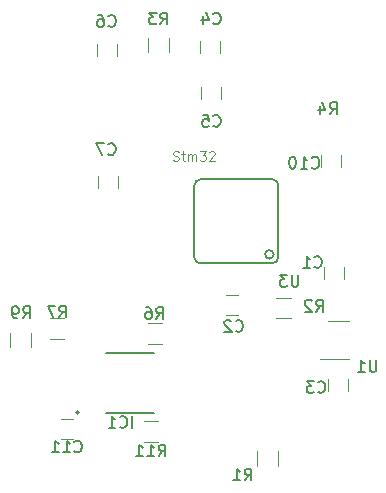
<source format=gbo>
G04 #@! TF.GenerationSoftware,KiCad,Pcbnew,5.1.7-a382d34a8~88~ubuntu18.04.1*
G04 #@! TF.CreationDate,2022-03-02T17:55:55+05:30*
G04 #@! TF.ProjectId,WaterTank_module_v1,57617465-7254-4616-9e6b-5f6d6f64756c,rev?*
G04 #@! TF.SameCoordinates,Original*
G04 #@! TF.FileFunction,Legend,Bot*
G04 #@! TF.FilePolarity,Positive*
%FSLAX46Y46*%
G04 Gerber Fmt 4.6, Leading zero omitted, Abs format (unit mm)*
G04 Created by KiCad (PCBNEW 5.1.7-a382d34a8~88~ubuntu18.04.1) date 2022-03-02 17:55:55*
%MOMM*%
%LPD*%
G01*
G04 APERTURE LIST*
%ADD10C,0.100000*%
%ADD11C,0.127000*%
%ADD12C,0.200000*%
%ADD13C,0.150000*%
%ADD14C,0.120000*%
G04 APERTURE END LIST*
D10*
X39118759Y-57509369D02*
X39233044Y-57547464D01*
X39423520Y-57547464D01*
X39499711Y-57509369D01*
X39537806Y-57471274D01*
X39575901Y-57395083D01*
X39575901Y-57318893D01*
X39537806Y-57242702D01*
X39499711Y-57204607D01*
X39423520Y-57166512D01*
X39271140Y-57128417D01*
X39194949Y-57090321D01*
X39156854Y-57052226D01*
X39118759Y-56976036D01*
X39118759Y-56899845D01*
X39156854Y-56823655D01*
X39194949Y-56785560D01*
X39271140Y-56747464D01*
X39461616Y-56747464D01*
X39575901Y-56785560D01*
X39804473Y-57014131D02*
X40109235Y-57014131D01*
X39918759Y-56747464D02*
X39918759Y-57433179D01*
X39956854Y-57509369D01*
X40033044Y-57547464D01*
X40109235Y-57547464D01*
X40375901Y-57547464D02*
X40375901Y-57014131D01*
X40375901Y-57090321D02*
X40413997Y-57052226D01*
X40490187Y-57014131D01*
X40604473Y-57014131D01*
X40680663Y-57052226D01*
X40718759Y-57128417D01*
X40718759Y-57547464D01*
X40718759Y-57128417D02*
X40756854Y-57052226D01*
X40833044Y-57014131D01*
X40947330Y-57014131D01*
X41023520Y-57052226D01*
X41061616Y-57128417D01*
X41061616Y-57547464D01*
X41366378Y-56747464D02*
X41861616Y-56747464D01*
X41594949Y-57052226D01*
X41709235Y-57052226D01*
X41785425Y-57090321D01*
X41823520Y-57128417D01*
X41861616Y-57204607D01*
X41861616Y-57395083D01*
X41823520Y-57471274D01*
X41785425Y-57509369D01*
X41709235Y-57547464D01*
X41480663Y-57547464D01*
X41404473Y-57509369D01*
X41366378Y-57471274D01*
X42166378Y-56823655D02*
X42204473Y-56785560D01*
X42280663Y-56747464D01*
X42471140Y-56747464D01*
X42547330Y-56785560D01*
X42585425Y-56823655D01*
X42623520Y-56899845D01*
X42623520Y-56976036D01*
X42585425Y-57090321D01*
X42128282Y-57547464D01*
X42623520Y-57547464D01*
D11*
X33448200Y-73812600D02*
X37448200Y-73812600D01*
X33448200Y-78912600D02*
X37448200Y-78912600D01*
D12*
X31103200Y-78867600D02*
G75*
G03*
X31103200Y-78867600I-100000J0D01*
G01*
D13*
X47605710Y-65483700D02*
G75*
G03*
X47605710Y-65483700I-359210J0D01*
G01*
X48008500Y-59641700D02*
X48008500Y-65737700D01*
X41404500Y-59133700D02*
X47500500Y-59133700D01*
X40896500Y-65737700D02*
X40896500Y-59641700D01*
X47500500Y-66245700D02*
X41404500Y-66245700D01*
X40896500Y-59641700D02*
G75*
G02*
X41404500Y-59133700I508000J0D01*
G01*
X41404500Y-66245700D02*
G75*
G02*
X40896500Y-65737700I0J508000D01*
G01*
X47500500Y-59133700D02*
G75*
G02*
X48008500Y-59641700I0J-508000D01*
G01*
X48008500Y-65737700D02*
G75*
G02*
X47500500Y-66245700I-508000J0D01*
G01*
D14*
X25282000Y-72110000D02*
X25282000Y-73310000D01*
X27042000Y-73310000D02*
X27042000Y-72110000D01*
X43584200Y-68911100D02*
X44584200Y-68911100D01*
X44584200Y-70611100D02*
X43584200Y-70611100D01*
X43077500Y-47447600D02*
X43077500Y-48447600D01*
X41377500Y-48447600D02*
X41377500Y-47447600D01*
X41446100Y-52305800D02*
X41446100Y-51305800D01*
X43146100Y-51305800D02*
X43146100Y-52305800D01*
X32680500Y-48650800D02*
X32680500Y-47650800D01*
X34380500Y-47650800D02*
X34380500Y-48650800D01*
X34446000Y-58864200D02*
X34446000Y-59864200D01*
X32746000Y-59864200D02*
X32746000Y-58864200D01*
X51846000Y-67564200D02*
X51846000Y-66564200D01*
X53546000Y-66564200D02*
X53546000Y-67564200D01*
X52246000Y-77064200D02*
X52246000Y-76064200D01*
X53946000Y-76064200D02*
X53946000Y-77064200D01*
X49042900Y-69152900D02*
X47842900Y-69152900D01*
X47842900Y-70912900D02*
X49042900Y-70912900D01*
X36983800Y-47169800D02*
X36983800Y-48369800D01*
X38743800Y-48369800D02*
X38743800Y-47169800D01*
X47976000Y-83364200D02*
X47976000Y-82164200D01*
X46216000Y-82164200D02*
X46216000Y-83364200D01*
X52196000Y-71154200D02*
X53996000Y-71154200D01*
X53996000Y-74374200D02*
X51546000Y-74374200D01*
X53346000Y-57064200D02*
X53346000Y-58064200D01*
X51646000Y-58064200D02*
X51646000Y-57064200D01*
X30600800Y-81149600D02*
X29600800Y-81149600D01*
X29600800Y-79449600D02*
X30600800Y-79449600D01*
X36964000Y-73087100D02*
X38164000Y-73087100D01*
X38164000Y-71327100D02*
X36964000Y-71327100D01*
X29837900Y-70897900D02*
X28637900Y-70897900D01*
X28637900Y-72657900D02*
X29837900Y-72657900D01*
X37823700Y-79610100D02*
X36623700Y-79610100D01*
X36623700Y-81370100D02*
X37823700Y-81370100D01*
D13*
X35629390Y-80176980D02*
X35629390Y-79176980D01*
X34581771Y-80081742D02*
X34629390Y-80129361D01*
X34772247Y-80176980D01*
X34867485Y-80176980D01*
X35010342Y-80129361D01*
X35105580Y-80034123D01*
X35153200Y-79938885D01*
X35200819Y-79748409D01*
X35200819Y-79605552D01*
X35153200Y-79415076D01*
X35105580Y-79319838D01*
X35010342Y-79224600D01*
X34867485Y-79176980D01*
X34772247Y-79176980D01*
X34629390Y-79224600D01*
X34581771Y-79272219D01*
X33629390Y-80176980D02*
X34200819Y-80176980D01*
X33915104Y-80176980D02*
X33915104Y-79176980D01*
X34010342Y-79319838D01*
X34105580Y-79415076D01*
X34200819Y-79462695D01*
X49702584Y-67209380D02*
X49702584Y-68018904D01*
X49654965Y-68114142D01*
X49607346Y-68161761D01*
X49512108Y-68209380D01*
X49321632Y-68209380D01*
X49226394Y-68161761D01*
X49178775Y-68114142D01*
X49131156Y-68018904D01*
X49131156Y-67209380D01*
X48750203Y-67209380D02*
X48131156Y-67209380D01*
X48464489Y-67590333D01*
X48321632Y-67590333D01*
X48226394Y-67637952D01*
X48178775Y-67685571D01*
X48131156Y-67780809D01*
X48131156Y-68018904D01*
X48178775Y-68114142D01*
X48226394Y-68161761D01*
X48321632Y-68209380D01*
X48607346Y-68209380D01*
X48702584Y-68161761D01*
X48750203Y-68114142D01*
X26392166Y-70896700D02*
X26725500Y-70420510D01*
X26963595Y-70896700D02*
X26963595Y-69896700D01*
X26582642Y-69896700D01*
X26487404Y-69944320D01*
X26439785Y-69991939D01*
X26392166Y-70087177D01*
X26392166Y-70230034D01*
X26439785Y-70325272D01*
X26487404Y-70372891D01*
X26582642Y-70420510D01*
X26963595Y-70420510D01*
X25915976Y-70896700D02*
X25725500Y-70896700D01*
X25630261Y-70849081D01*
X25582642Y-70801462D01*
X25487404Y-70658605D01*
X25439785Y-70468129D01*
X25439785Y-70087177D01*
X25487404Y-69991939D01*
X25535023Y-69944320D01*
X25630261Y-69896700D01*
X25820738Y-69896700D01*
X25915976Y-69944320D01*
X25963595Y-69991939D01*
X26011214Y-70087177D01*
X26011214Y-70325272D01*
X25963595Y-70420510D01*
X25915976Y-70468129D01*
X25820738Y-70515748D01*
X25630261Y-70515748D01*
X25535023Y-70468129D01*
X25487404Y-70420510D01*
X25439785Y-70325272D01*
X44384726Y-71947042D02*
X44432345Y-71994661D01*
X44575202Y-72042280D01*
X44670440Y-72042280D01*
X44813298Y-71994661D01*
X44908536Y-71899423D01*
X44956155Y-71804185D01*
X45003774Y-71613709D01*
X45003774Y-71470852D01*
X44956155Y-71280376D01*
X44908536Y-71185138D01*
X44813298Y-71089900D01*
X44670440Y-71042280D01*
X44575202Y-71042280D01*
X44432345Y-71089900D01*
X44384726Y-71137519D01*
X44003774Y-71137519D02*
X43956155Y-71089900D01*
X43860917Y-71042280D01*
X43622821Y-71042280D01*
X43527583Y-71089900D01*
X43479964Y-71137519D01*
X43432345Y-71232757D01*
X43432345Y-71327995D01*
X43479964Y-71470852D01*
X44051393Y-72042280D01*
X43432345Y-72042280D01*
X42498306Y-45914602D02*
X42545925Y-45962221D01*
X42688782Y-46009840D01*
X42784020Y-46009840D01*
X42926878Y-45962221D01*
X43022116Y-45866983D01*
X43069735Y-45771745D01*
X43117354Y-45581269D01*
X43117354Y-45438412D01*
X43069735Y-45247936D01*
X43022116Y-45152698D01*
X42926878Y-45057460D01*
X42784020Y-45009840D01*
X42688782Y-45009840D01*
X42545925Y-45057460D01*
X42498306Y-45105079D01*
X41641163Y-45343174D02*
X41641163Y-46009840D01*
X41879259Y-44962221D02*
X42117354Y-45676507D01*
X41498306Y-45676507D01*
X42498326Y-54578482D02*
X42545945Y-54626101D01*
X42688802Y-54673720D01*
X42784040Y-54673720D01*
X42926898Y-54626101D01*
X43022136Y-54530863D01*
X43069755Y-54435625D01*
X43117374Y-54245149D01*
X43117374Y-54102292D01*
X43069755Y-53911816D01*
X43022136Y-53816578D01*
X42926898Y-53721340D01*
X42784040Y-53673720D01*
X42688802Y-53673720D01*
X42545945Y-53721340D01*
X42498326Y-53768959D01*
X41593564Y-53673720D02*
X42069755Y-53673720D01*
X42117374Y-54149911D01*
X42069755Y-54102292D01*
X41974517Y-54054673D01*
X41736421Y-54054673D01*
X41641183Y-54102292D01*
X41593564Y-54149911D01*
X41545945Y-54245149D01*
X41545945Y-54483244D01*
X41593564Y-54578482D01*
X41641183Y-54626101D01*
X41736421Y-54673720D01*
X41974517Y-54673720D01*
X42069755Y-54626101D01*
X42117374Y-54578482D01*
X33623506Y-46120342D02*
X33671125Y-46167961D01*
X33813982Y-46215580D01*
X33909220Y-46215580D01*
X34052078Y-46167961D01*
X34147316Y-46072723D01*
X34194935Y-45977485D01*
X34242554Y-45787009D01*
X34242554Y-45644152D01*
X34194935Y-45453676D01*
X34147316Y-45358438D01*
X34052078Y-45263200D01*
X33909220Y-45215580D01*
X33813982Y-45215580D01*
X33671125Y-45263200D01*
X33623506Y-45310819D01*
X32766363Y-45215580D02*
X32956840Y-45215580D01*
X33052078Y-45263200D01*
X33099697Y-45310819D01*
X33194935Y-45453676D01*
X33242554Y-45644152D01*
X33242554Y-46025104D01*
X33194935Y-46120342D01*
X33147316Y-46167961D01*
X33052078Y-46215580D01*
X32861601Y-46215580D01*
X32766363Y-46167961D01*
X32718744Y-46120342D01*
X32671125Y-46025104D01*
X32671125Y-45787009D01*
X32718744Y-45691771D01*
X32766363Y-45644152D01*
X32861601Y-45596533D01*
X33052078Y-45596533D01*
X33147316Y-45644152D01*
X33194935Y-45691771D01*
X33242554Y-45787009D01*
X33607726Y-56985762D02*
X33655345Y-57033381D01*
X33798202Y-57081000D01*
X33893440Y-57081000D01*
X34036298Y-57033381D01*
X34131536Y-56938143D01*
X34179155Y-56842905D01*
X34226774Y-56652429D01*
X34226774Y-56509572D01*
X34179155Y-56319096D01*
X34131536Y-56223858D01*
X34036298Y-56128620D01*
X33893440Y-56081000D01*
X33798202Y-56081000D01*
X33655345Y-56128620D01*
X33607726Y-56176239D01*
X33274393Y-56081000D02*
X32607726Y-56081000D01*
X33036298Y-57081000D01*
X51062666Y-66521342D02*
X51110285Y-66568961D01*
X51253142Y-66616580D01*
X51348380Y-66616580D01*
X51491238Y-66568961D01*
X51586476Y-66473723D01*
X51634095Y-66378485D01*
X51681714Y-66188009D01*
X51681714Y-66045152D01*
X51634095Y-65854676D01*
X51586476Y-65759438D01*
X51491238Y-65664200D01*
X51348380Y-65616580D01*
X51253142Y-65616580D01*
X51110285Y-65664200D01*
X51062666Y-65711819D01*
X50110285Y-66616580D02*
X50681714Y-66616580D01*
X50396000Y-66616580D02*
X50396000Y-65616580D01*
X50491238Y-65759438D01*
X50586476Y-65854676D01*
X50681714Y-65902295D01*
X51362666Y-77121342D02*
X51410285Y-77168961D01*
X51553142Y-77216580D01*
X51648380Y-77216580D01*
X51791238Y-77168961D01*
X51886476Y-77073723D01*
X51934095Y-76978485D01*
X51981714Y-76788009D01*
X51981714Y-76645152D01*
X51934095Y-76454676D01*
X51886476Y-76359438D01*
X51791238Y-76264200D01*
X51648380Y-76216580D01*
X51553142Y-76216580D01*
X51410285Y-76264200D01*
X51362666Y-76311819D01*
X51029333Y-76216580D02*
X50410285Y-76216580D01*
X50743619Y-76597533D01*
X50600761Y-76597533D01*
X50505523Y-76645152D01*
X50457904Y-76692771D01*
X50410285Y-76788009D01*
X50410285Y-77026104D01*
X50457904Y-77121342D01*
X50505523Y-77168961D01*
X50600761Y-77216580D01*
X50886476Y-77216580D01*
X50981714Y-77168961D01*
X51029333Y-77121342D01*
X51205446Y-70332880D02*
X51538780Y-69856690D01*
X51776875Y-70332880D02*
X51776875Y-69332880D01*
X51395922Y-69332880D01*
X51300684Y-69380500D01*
X51253065Y-69428119D01*
X51205446Y-69523357D01*
X51205446Y-69666214D01*
X51253065Y-69761452D01*
X51300684Y-69809071D01*
X51395922Y-69856690D01*
X51776875Y-69856690D01*
X50824494Y-69428119D02*
X50776875Y-69380500D01*
X50681637Y-69332880D01*
X50443541Y-69332880D01*
X50348303Y-69380500D01*
X50300684Y-69428119D01*
X50253065Y-69523357D01*
X50253065Y-69618595D01*
X50300684Y-69761452D01*
X50872113Y-70332880D01*
X50253065Y-70332880D01*
X38027926Y-46012380D02*
X38361260Y-45536190D01*
X38599355Y-46012380D02*
X38599355Y-45012380D01*
X38218402Y-45012380D01*
X38123164Y-45060000D01*
X38075545Y-45107619D01*
X38027926Y-45202857D01*
X38027926Y-45345714D01*
X38075545Y-45440952D01*
X38123164Y-45488571D01*
X38218402Y-45536190D01*
X38599355Y-45536190D01*
X37694593Y-45012380D02*
X37075545Y-45012380D01*
X37408879Y-45393333D01*
X37266021Y-45393333D01*
X37170783Y-45440952D01*
X37123164Y-45488571D01*
X37075545Y-45583809D01*
X37075545Y-45821904D01*
X37123164Y-45917142D01*
X37170783Y-45964761D01*
X37266021Y-46012380D01*
X37551736Y-46012380D01*
X37646974Y-45964761D01*
X37694593Y-45917142D01*
X45162666Y-84616580D02*
X45496000Y-84140390D01*
X45734095Y-84616580D02*
X45734095Y-83616580D01*
X45353142Y-83616580D01*
X45257904Y-83664200D01*
X45210285Y-83711819D01*
X45162666Y-83807057D01*
X45162666Y-83949914D01*
X45210285Y-84045152D01*
X45257904Y-84092771D01*
X45353142Y-84140390D01*
X45734095Y-84140390D01*
X44210285Y-84616580D02*
X44781714Y-84616580D01*
X44496000Y-84616580D02*
X44496000Y-83616580D01*
X44591238Y-83759438D01*
X44686476Y-83854676D01*
X44781714Y-83902295D01*
X56311544Y-74418760D02*
X56311544Y-75228284D01*
X56263925Y-75323522D01*
X56216306Y-75371141D01*
X56121068Y-75418760D01*
X55930592Y-75418760D01*
X55835354Y-75371141D01*
X55787735Y-75323522D01*
X55740116Y-75228284D01*
X55740116Y-74418760D01*
X54740116Y-75418760D02*
X55311544Y-75418760D01*
X55025830Y-75418760D02*
X55025830Y-74418760D01*
X55121068Y-74561618D01*
X55216306Y-74656856D01*
X55311544Y-74704475D01*
X50838857Y-58121342D02*
X50886476Y-58168961D01*
X51029333Y-58216580D01*
X51124571Y-58216580D01*
X51267428Y-58168961D01*
X51362666Y-58073723D01*
X51410285Y-57978485D01*
X51457904Y-57788009D01*
X51457904Y-57645152D01*
X51410285Y-57454676D01*
X51362666Y-57359438D01*
X51267428Y-57264200D01*
X51124571Y-57216580D01*
X51029333Y-57216580D01*
X50886476Y-57264200D01*
X50838857Y-57311819D01*
X49886476Y-58216580D02*
X50457904Y-58216580D01*
X50172190Y-58216580D02*
X50172190Y-57216580D01*
X50267428Y-57359438D01*
X50362666Y-57454676D01*
X50457904Y-57502295D01*
X49267428Y-57216580D02*
X49172190Y-57216580D01*
X49076952Y-57264200D01*
X49029333Y-57311819D01*
X48981714Y-57407057D01*
X48934095Y-57597533D01*
X48934095Y-57835628D01*
X48981714Y-58026104D01*
X49029333Y-58121342D01*
X49076952Y-58168961D01*
X49172190Y-58216580D01*
X49267428Y-58216580D01*
X49362666Y-58168961D01*
X49410285Y-58121342D01*
X49457904Y-58026104D01*
X49505523Y-57835628D01*
X49505523Y-57597533D01*
X49457904Y-57407057D01*
X49410285Y-57311819D01*
X49362666Y-57264200D01*
X49267428Y-57216580D01*
X30743657Y-82156742D02*
X30791276Y-82204361D01*
X30934133Y-82251980D01*
X31029371Y-82251980D01*
X31172228Y-82204361D01*
X31267466Y-82109123D01*
X31315085Y-82013885D01*
X31362704Y-81823409D01*
X31362704Y-81680552D01*
X31315085Y-81490076D01*
X31267466Y-81394838D01*
X31172228Y-81299600D01*
X31029371Y-81251980D01*
X30934133Y-81251980D01*
X30791276Y-81299600D01*
X30743657Y-81347219D01*
X29791276Y-82251980D02*
X30362704Y-82251980D01*
X30076990Y-82251980D02*
X30076990Y-81251980D01*
X30172228Y-81394838D01*
X30267466Y-81490076D01*
X30362704Y-81537695D01*
X28838895Y-82251980D02*
X29410323Y-82251980D01*
X29124609Y-82251980D02*
X29124609Y-81251980D01*
X29219847Y-81394838D01*
X29315085Y-81490076D01*
X29410323Y-81537695D01*
X37672286Y-70942440D02*
X38005620Y-70466250D01*
X38243715Y-70942440D02*
X38243715Y-69942440D01*
X37862762Y-69942440D01*
X37767524Y-69990060D01*
X37719905Y-70037679D01*
X37672286Y-70132917D01*
X37672286Y-70275774D01*
X37719905Y-70371012D01*
X37767524Y-70418631D01*
X37862762Y-70466250D01*
X38243715Y-70466250D01*
X36815143Y-69942440D02*
X37005620Y-69942440D01*
X37100858Y-69990060D01*
X37148477Y-70037679D01*
X37243715Y-70180536D01*
X37291334Y-70371012D01*
X37291334Y-70751964D01*
X37243715Y-70847202D01*
X37196096Y-70894821D01*
X37100858Y-70942440D01*
X36910381Y-70942440D01*
X36815143Y-70894821D01*
X36767524Y-70847202D01*
X36719905Y-70751964D01*
X36719905Y-70513869D01*
X36767524Y-70418631D01*
X36815143Y-70371012D01*
X36910381Y-70323393D01*
X37100858Y-70323393D01*
X37196096Y-70371012D01*
X37243715Y-70418631D01*
X37291334Y-70513869D01*
X29465526Y-70820580D02*
X29798860Y-70344390D01*
X30036955Y-70820580D02*
X30036955Y-69820580D01*
X29656002Y-69820580D01*
X29560764Y-69868200D01*
X29513145Y-69915819D01*
X29465526Y-70011057D01*
X29465526Y-70153914D01*
X29513145Y-70249152D01*
X29560764Y-70296771D01*
X29656002Y-70344390D01*
X30036955Y-70344390D01*
X29132193Y-69820580D02*
X28465526Y-69820580D01*
X28894098Y-70820580D01*
X37866557Y-82592480D02*
X38199890Y-82116290D01*
X38437985Y-82592480D02*
X38437985Y-81592480D01*
X38057033Y-81592480D01*
X37961795Y-81640100D01*
X37914176Y-81687719D01*
X37866557Y-81782957D01*
X37866557Y-81925814D01*
X37914176Y-82021052D01*
X37961795Y-82068671D01*
X38057033Y-82116290D01*
X38437985Y-82116290D01*
X36914176Y-82592480D02*
X37485604Y-82592480D01*
X37199890Y-82592480D02*
X37199890Y-81592480D01*
X37295128Y-81735338D01*
X37390366Y-81830576D01*
X37485604Y-81878195D01*
X35961795Y-82592480D02*
X36533223Y-82592480D01*
X36247509Y-82592480D02*
X36247509Y-81592480D01*
X36342747Y-81735338D01*
X36437985Y-81830576D01*
X36533223Y-81878195D01*
X52362666Y-53616580D02*
X52696000Y-53140390D01*
X52934095Y-53616580D02*
X52934095Y-52616580D01*
X52553142Y-52616580D01*
X52457904Y-52664200D01*
X52410285Y-52711819D01*
X52362666Y-52807057D01*
X52362666Y-52949914D01*
X52410285Y-53045152D01*
X52457904Y-53092771D01*
X52553142Y-53140390D01*
X52934095Y-53140390D01*
X51505523Y-52949914D02*
X51505523Y-53616580D01*
X51743619Y-52568961D02*
X51981714Y-53283247D01*
X51362666Y-53283247D01*
M02*

</source>
